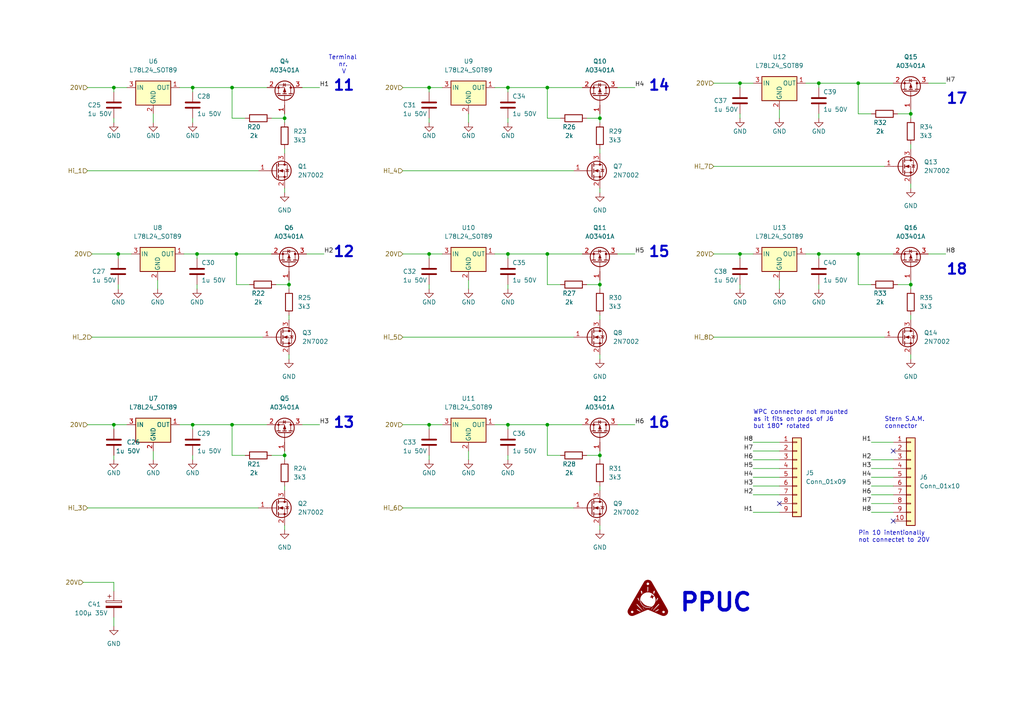
<source format=kicad_sch>
(kicad_sch (version 20211123) (generator eeschema)
  (paper "A4")
  (title_block (title "Out_8x10") (date "2024-12-01") (rev "1.0.0"))
  (lib_symbols
    (symbol "Connector_Generic:Conn_01x09" (pin_names (offset 1.016) hide)
      (property "Reference" "J" (at 0 12.7 0))
      (property "Value" "Conn_01x09" (at 0 -12.7 0))
      (symbol "Conn_01x09_1_1"
        (pin passive line (at -5.08 10.16 0) (length 3.81) (name "Pin_1") (number "1"))
        (pin passive line (at -5.08 7.62 0) (length 3.81) (name "Pin_2") (number "2"))
        (pin passive line (at -5.08 5.08 0) (length 3.81) (name "Pin_3") (number "3"))
        (pin passive line (at -5.08 2.54 0) (length 3.81) (name "Pin_4") (number "4"))
        (pin passive line (at -5.08 0 0) (length 3.81) (name "Pin_5") (number "5"))
        (pin passive line (at -5.08 -2.54 0) (length 3.81) (name "Pin_6") (number "6"))
        (pin passive line (at -5.08 -5.08 0) (length 3.81) (name "Pin_7") (number "7"))
        (pin passive line (at -5.08 -7.62 0) (length 3.81) (name "Pin_8") (number "8"))
        (pin passive line (at -5.08 -10.16 0) (length 3.81) (name "Pin_9") (number "9"))
      )
    )
    (symbol "Connector_Generic:Conn_01x10" (pin_names (offset 1.016) hide)
      (property "Reference" "J" (at 0 12.7 0))
      (property "Value" "Conn_01x10" (at 0 -15.24 0))
      (symbol "Conn_01x10_1_1"
        (pin passive line (at -5.08 10.16 0) (length 3.81) (name "Pin_1") (number "1"))
        (pin passive line (at -5.08 -12.7 0) (length 3.81) (name "Pin_10") (number "10"))
        (pin passive line (at -5.08 7.62 0) (length 3.81) (name "Pin_2") (number "2"))
        (pin passive line (at -5.08 5.08 0) (length 3.81) (name "Pin_3") (number "3"))
        (pin passive line (at -5.08 2.54 0) (length 3.81) (name "Pin_4") (number "4"))
        (pin passive line (at -5.08 0 0) (length 3.81) (name "Pin_5") (number "5"))
        (pin passive line (at -5.08 -2.54 0) (length 3.81) (name "Pin_6") (number "6"))
        (pin passive line (at -5.08 -5.08 0) (length 3.81) (name "Pin_7") (number "7"))
        (pin passive line (at -5.08 -7.62 0) (length 3.81) (name "Pin_8") (number "8"))
        (pin passive line (at -5.08 -10.16 0) (length 3.81) (name "Pin_9") (number "9"))
      )
    )
    (symbol "Device:C" (pin_numbers hide) (pin_names (offset 0.254))
      (property "Reference" "C" (at 0.635 2.54 0))
      (property "Value" "C" (at 0.635 -2.54 0))
      (symbol "C_1_1"
        (pin passive line (at 0 3.81 270) (length 2.794) (name "~") (number "1"))
        (pin passive line (at 0 -3.81 90) (length 2.794) (name "~") (number "2"))
      )
    )
    (symbol "Device:C_Polarized" (pin_numbers hide) (pin_names (offset 0.254))
      (property "Reference" "C" (at 0.635 2.54 0))
      (property "Value" "C_Polarized" (at 0.635 -2.54 0))
      (symbol "C_Polarized_1_1"
        (pin passive line (at 0 3.81 270) (length 2.794) (name "~") (number "1"))
        (pin passive line (at 0 -3.81 90) (length 2.794) (name "~") (number "2"))
      )
    )
    (symbol "Device:R" (pin_numbers hide) (pin_names (offset 0))
      (property "Reference" "R" (at 2.032 0 90))
      (property "Value" "R" (at 0 0 90))
      (symbol "R_1_1"
        (pin passive line (at 0 3.81 270) (length 1.27) (name "~") (number "1"))
        (pin passive line (at 0 -3.81 90) (length 1.27) (name "~") (number "2"))
      )
    )
    (symbol "PPUC_LOGO_LIB:LOGO" (pin_names (offset 1.016)))
    (symbol "Regulator_Linear:L78L24_SOT89" (pin_names (offset 0.254))
      (property "Reference" "U" (at -3.81 3.175 0))
      (property "Value" "L78L24_SOT89" (at -0.635 3.175 0))
      (symbol "L78L24_SOT89_1_1"
        (pin power_out line (at 7.62 0 180) (length 2.54) (name "OUT") (number "1"))
        (pin power_in line (at 0 -7.62 90) (length 2.54) (name "GND") (number "2"))
        (pin power_in line (at -7.62 0 0) (length 2.54) (name "IN") (number "3"))
      )
    )
    (symbol "Transistor_FET:2N7002" (pin_names hide)
      (property "Reference" "Q" (at 5.08 1.905 0))
      (property "Value" "2N7002" (at 5.08 0 0))
      (symbol "2N7002_1_1"
        (pin input line (at -5.08 0 0) (length 2.54) (name "G") (number "1"))
        (pin passive line (at 2.54 -5.08 90) (length 2.54) (name "S") (number "2"))
        (pin passive line (at 2.54 5.08 270) (length 2.54) (name "D") (number "3"))
      )
    )
    (symbol "Transistor_FET:AO3401A" (pin_names hide)
      (property "Reference" "Q" (at 5.08 1.905 0))
      (property "Value" "AO3401A" (at 5.08 0 0))
      (symbol "AO3401A_1_1"
        (pin input line (at -5.08 0 0) (length 2.54) (name "G") (number "1"))
        (pin passive line (at 2.54 -5.08 90) (length 2.54) (name "S") (number "2"))
        (pin passive line (at 2.54 5.08 270) (length 2.54) (name "D") (number "3"))
      )
    )
    (symbol "power:GND" (power) (pin_names (offset 0))
      (property "Value" "GND" (at 0 -3.81 0))
      (symbol "GND_1_1"
        (pin power_in line (at 0 0 270) (length 0) hide (name "GND") (number "1"))
      )
    )
  )
  (junction (at 173.99 132.08))
  (junction (at 68.58 73.66))
  (junction (at 248.92 73.66))
  (junction (at 237.49 24.13))
  (junction (at 124.46 25.4))
  (junction (at 83.82 82.55))
  (junction (at 158.75 73.66))
  (junction (at 158.75 123.19))
  (junction (at 55.88 25.4))
  (junction (at 214.63 73.66))
  (junction (at 147.32 25.4))
  (junction (at 82.55 132.08))
  (junction (at 158.75 25.4))
  (junction (at 33.02 25.4))
  (junction (at 147.32 123.19))
  (junction (at 173.99 34.29))
  (junction (at 173.99 82.55))
  (junction (at 264.16 82.55))
  (junction (at 57.15 73.66))
  (junction (at 34.29 73.66))
  (junction (at 248.92 24.13))
  (junction (at 147.32 73.66))
  (junction (at 67.31 123.19))
  (junction (at 264.16 33.02))
  (junction (at 237.49 73.66))
  (junction (at 67.31 25.4))
  (junction (at 33.02 123.19))
  (junction (at 55.88 123.19))
  (junction (at 124.46 73.66))
  (junction (at 214.63 24.13))
  (junction (at 124.46 123.19))
  (junction (at 82.55 34.29))
  (no_connect (at 259.08 151.13))
  (no_connect (at 226.06 146.05))
  (no_connect (at 259.08 130.81))
  (wire (pts (xy 82.55 130.81) (xy 82.55 132.08)))
  (wire (pts (xy 248.92 24.13) (xy 259.08 24.13)))
  (wire (pts (xy 124.46 25.4) (xy 128.27 25.4)))
  (wire (pts (xy 173.99 81.28) (xy 173.99 82.55)))
  (wire (pts (xy 252.73 148.59) (xy 259.08 148.59)))
  (wire (pts (xy 82.55 140.97) (xy 82.55 142.24)))
  (wire (pts (xy 135.89 33.02) (xy 135.89 35.56)))
  (wire (pts (xy 248.92 73.66) (xy 248.92 82.55)))
  (wire (pts (xy 53.34 73.66) (xy 57.15 73.66)))
  (wire (pts (xy 252.73 135.89) (xy 259.08 135.89)))
  (wire (pts (xy 147.32 73.66) (xy 158.75 73.66)))
  (wire (pts (xy 248.92 33.02) (xy 252.73 33.02)))
  (wire (pts (xy 55.88 132.08) (xy 55.88 133.35)))
  (wire (pts (xy 214.63 33.02) (xy 214.63 34.29)))
  (wire (pts (xy 233.68 73.66) (xy 237.49 73.66)))
  (wire (pts (xy 218.44 135.89) (xy 226.06 135.89)))
  (wire (pts (xy 173.99 140.97) (xy 173.99 142.24)))
  (wire (pts (xy 116.84 147.32) (xy 166.37 147.32)))
  (wire (pts (xy 68.58 73.66) (xy 68.58 82.55)))
  (wire (pts (xy 158.75 73.66) (xy 168.91 73.66)))
  (wire (pts (xy 173.99 132.08) (xy 173.99 133.35)))
  (wire (pts (xy 147.32 132.08) (xy 147.32 133.35)))
  (wire (pts (xy 82.55 54.61) (xy 82.55 55.88)))
  (wire (pts (xy 52.07 25.4) (xy 55.88 25.4)))
  (wire (pts (xy 34.29 73.66) (xy 34.29 74.93)))
  (wire (pts (xy 158.75 123.19) (xy 158.75 132.08)))
  (wire (pts (xy 87.63 123.19) (xy 92.71 123.19)))
  (wire (pts (xy 158.75 34.29) (xy 162.56 34.29)))
  (wire (pts (xy 264.16 33.02) (xy 264.16 34.29)))
  (wire (pts (xy 218.44 133.35) (xy 226.06 133.35)))
  (wire (pts (xy 55.88 123.19) (xy 67.31 123.19)))
  (wire (pts (xy 82.55 43.18) (xy 82.55 44.45)))
  (wire (pts (xy 252.73 146.05) (xy 259.08 146.05)))
  (wire (pts (xy 26.67 97.79) (xy 76.2 97.79)))
  (wire (pts (xy 264.16 31.75) (xy 264.16 33.02)))
  (wire (pts (xy 33.02 123.19) (xy 36.83 123.19)))
  (wire (pts (xy 264.16 91.44) (xy 264.16 92.71)))
  (wire (pts (xy 83.82 102.87) (xy 83.82 104.14)))
  (wire (pts (xy 124.46 73.66) (xy 124.46 74.93)))
  (wire (pts (xy 124.46 123.19) (xy 128.27 123.19)))
  (wire (pts (xy 143.51 25.4) (xy 147.32 25.4)))
  (wire (pts (xy 269.24 73.66) (xy 274.32 73.66)))
  (wire (pts (xy 207.01 48.26) (xy 256.54 48.26)))
  (wire (pts (xy 218.44 148.59) (xy 226.06 148.59)))
  (wire (pts (xy 173.99 54.61) (xy 173.99 55.88)))
  (wire (pts (xy 248.92 73.66) (xy 259.08 73.66)))
  (wire (pts (xy 82.55 152.4) (xy 82.55 153.67)))
  (wire (pts (xy 82.55 34.29) (xy 82.55 35.56)))
  (wire (pts (xy 26.67 73.66) (xy 34.29 73.66)))
  (wire (pts (xy 147.32 34.29) (xy 147.32 35.56)))
  (wire (pts (xy 173.99 34.29) (xy 173.99 35.56)))
  (wire (pts (xy 67.31 123.19) (xy 67.31 132.08)))
  (wire (pts (xy 124.46 132.08) (xy 124.46 133.35)))
  (wire (pts (xy 147.32 73.66) (xy 147.32 74.93)))
  (wire (pts (xy 170.18 34.29) (xy 173.99 34.29)))
  (wire (pts (xy 33.02 25.4) (xy 33.02 26.67)))
  (wire (pts (xy 25.4 49.53) (xy 74.93 49.53)))
  (wire (pts (xy 158.75 82.55) (xy 162.56 82.55)))
  (wire (pts (xy 124.46 82.55) (xy 124.46 83.82)))
  (wire (pts (xy 124.46 25.4) (xy 124.46 26.67)))
  (wire (pts (xy 207.01 24.13) (xy 214.63 24.13)))
  (wire (pts (xy 179.07 25.4) (xy 184.15 25.4)))
  (wire (pts (xy 207.01 73.66) (xy 214.63 73.66)))
  (wire (pts (xy 158.75 132.08) (xy 162.56 132.08)))
  (wire (pts (xy 226.06 31.75) (xy 226.06 34.29)))
  (wire (pts (xy 237.49 24.13) (xy 248.92 24.13)))
  (wire (pts (xy 33.02 34.29) (xy 33.02 35.56)))
  (wire (pts (xy 269.24 24.13) (xy 274.32 24.13)))
  (wire (pts (xy 33.02 123.19) (xy 33.02 124.46)))
  (wire (pts (xy 116.84 97.79) (xy 166.37 97.79)))
  (wire (pts (xy 135.89 81.28) (xy 135.89 83.82)))
  (wire (pts (xy 173.99 152.4) (xy 173.99 153.67)))
  (wire (pts (xy 218.44 130.81) (xy 226.06 130.81)))
  (wire (pts (xy 264.16 102.87) (xy 264.16 104.14)))
  (wire (pts (xy 67.31 34.29) (xy 71.12 34.29)))
  (wire (pts (xy 78.74 34.29) (xy 82.55 34.29)))
  (wire (pts (xy 252.73 128.27) (xy 259.08 128.27)))
  (wire (pts (xy 147.32 123.19) (xy 158.75 123.19)))
  (wire (pts (xy 87.63 25.4) (xy 92.71 25.4)))
  (wire (pts (xy 237.49 73.66) (xy 248.92 73.66)))
  (wire (pts (xy 25.4 123.19) (xy 33.02 123.19)))
  (wire (pts (xy 158.75 123.19) (xy 168.91 123.19)))
  (wire (pts (xy 214.63 73.66) (xy 218.44 73.66)))
  (wire (pts (xy 124.46 123.19) (xy 124.46 124.46)))
  (wire (pts (xy 237.49 33.02) (xy 237.49 34.29)))
  (wire (pts (xy 67.31 25.4) (xy 67.31 34.29)))
  (wire (pts (xy 83.82 91.44) (xy 83.82 92.71)))
  (wire (pts (xy 83.82 82.55) (xy 83.82 83.82)))
  (wire (pts (xy 214.63 24.13) (xy 218.44 24.13)))
  (wire (pts (xy 57.15 82.55) (xy 57.15 83.82)))
  (wire (pts (xy 55.88 34.29) (xy 55.88 35.56)))
  (wire (pts (xy 57.15 73.66) (xy 68.58 73.66)))
  (wire (pts (xy 179.07 123.19) (xy 184.15 123.19)))
  (wire (pts (xy 33.02 25.4) (xy 36.83 25.4)))
  (wire (pts (xy 80.01 82.55) (xy 83.82 82.55)))
  (wire (pts (xy 264.16 81.28) (xy 264.16 82.55)))
  (wire (pts (xy 252.73 138.43) (xy 259.08 138.43)))
  (wire (pts (xy 25.4 25.4) (xy 33.02 25.4)))
  (wire (pts (xy 179.07 73.66) (xy 184.15 73.66)))
  (wire (pts (xy 52.07 123.19) (xy 55.88 123.19)))
  (wire (pts (xy 218.44 143.51) (xy 226.06 143.51)))
  (wire (pts (xy 237.49 82.55) (xy 237.49 83.82)))
  (wire (pts (xy 158.75 25.4) (xy 168.91 25.4)))
  (wire (pts (xy 252.73 143.51) (xy 259.08 143.51)))
  (wire (pts (xy 233.68 24.13) (xy 237.49 24.13)))
  (wire (pts (xy 34.29 82.55) (xy 34.29 83.82)))
  (wire (pts (xy 147.32 82.55) (xy 147.32 83.82)))
  (wire (pts (xy 264.16 53.34) (xy 264.16 54.61)))
  (wire (pts (xy 55.88 25.4) (xy 55.88 26.67)))
  (wire (pts (xy 124.46 73.66) (xy 128.27 73.66)))
  (wire (pts (xy 55.88 25.4) (xy 67.31 25.4)))
  (wire (pts (xy 68.58 73.66) (xy 78.74 73.66)))
  (wire (pts (xy 237.49 73.66) (xy 237.49 74.93)))
  (wire (pts (xy 135.89 130.81) (xy 135.89 133.35)))
  (wire (pts (xy 170.18 82.55) (xy 173.99 82.55)))
  (wire (pts (xy 147.32 123.19) (xy 147.32 124.46)))
  (wire (pts (xy 260.35 82.55) (xy 264.16 82.55)))
  (wire (pts (xy 34.29 73.66) (xy 38.1 73.66)))
  (wire (pts (xy 173.99 91.44) (xy 173.99 92.71)))
  (wire (pts (xy 143.51 73.66) (xy 147.32 73.66)))
  (wire (pts (xy 218.44 138.43) (xy 226.06 138.43)))
  (wire (pts (xy 82.55 33.02) (xy 82.55 34.29)))
  (wire (pts (xy 68.58 82.55) (xy 72.39 82.55)))
  (wire (pts (xy 33.02 132.08) (xy 33.02 133.35)))
  (wire (pts (xy 24.13 168.91) (xy 33.02 168.91)))
  (wire (pts (xy 44.45 130.81) (xy 44.45 133.35)))
  (wire (pts (xy 25.4 147.32) (xy 74.93 147.32)))
  (wire (pts (xy 226.06 81.28) (xy 226.06 83.82)))
  (wire (pts (xy 214.63 82.55) (xy 214.63 83.82)))
  (wire (pts (xy 237.49 24.13) (xy 237.49 25.4)))
  (wire (pts (xy 143.51 123.19) (xy 147.32 123.19)))
  (wire (pts (xy 173.99 102.87) (xy 173.99 104.14)))
  (wire (pts (xy 173.99 43.18) (xy 173.99 44.45)))
  (wire (pts (xy 116.84 25.4) (xy 124.46 25.4)))
  (wire (pts (xy 67.31 25.4) (xy 77.47 25.4)))
  (wire (pts (xy 116.84 73.66) (xy 124.46 73.66)))
  (wire (pts (xy 67.31 123.19) (xy 77.47 123.19)))
  (wire (pts (xy 33.02 179.07) (xy 33.02 181.61)))
  (wire (pts (xy 57.15 73.66) (xy 57.15 74.93)))
  (wire (pts (xy 88.9 73.66) (xy 93.98 73.66)))
  (wire (pts (xy 252.73 140.97) (xy 259.08 140.97)))
  (wire (pts (xy 67.31 132.08) (xy 71.12 132.08)))
  (wire (pts (xy 252.73 133.35) (xy 259.08 133.35)))
  (wire (pts (xy 82.55 132.08) (xy 82.55 133.35)))
  (wire (pts (xy 83.82 81.28) (xy 83.82 82.55)))
  (wire (pts (xy 78.74 132.08) (xy 82.55 132.08)))
  (wire (pts (xy 264.16 41.91) (xy 264.16 43.18)))
  (wire (pts (xy 218.44 128.27) (xy 226.06 128.27)))
  (wire (pts (xy 158.75 73.66) (xy 158.75 82.55)))
  (wire (pts (xy 44.45 33.02) (xy 44.45 35.56)))
  (wire (pts (xy 173.99 82.55) (xy 173.99 83.82)))
  (wire (pts (xy 214.63 24.13) (xy 214.63 25.4)))
  (wire (pts (xy 207.01 97.79) (xy 256.54 97.79)))
  (wire (pts (xy 218.44 140.97) (xy 226.06 140.97)))
  (wire (pts (xy 124.46 34.29) (xy 124.46 35.56)))
  (wire (pts (xy 158.75 25.4) (xy 158.75 34.29)))
  (wire (pts (xy 147.32 25.4) (xy 158.75 25.4)))
  (wire (pts (xy 173.99 130.81) (xy 173.99 132.08)))
  (wire (pts (xy 264.16 82.55) (xy 264.16 83.82)))
  (wire (pts (xy 214.63 73.66) (xy 214.63 74.93)))
  (wire (pts (xy 170.18 132.08) (xy 173.99 132.08)))
  (wire (pts (xy 248.92 24.13) (xy 248.92 33.02)))
  (wire (pts (xy 55.88 123.19) (xy 55.88 124.46)))
  (wire (pts (xy 147.32 25.4) (xy 147.32 26.67)))
  (wire (pts (xy 116.84 49.53) (xy 166.37 49.53)))
  (wire (pts (xy 260.35 33.02) (xy 264.16 33.02)))
  (wire (pts (xy 173.99 33.02) (xy 173.99 34.29)))
  (wire (pts (xy 45.72 81.28) (xy 45.72 83.82)))
  (wire (pts (xy 33.02 168.91) (xy 33.02 171.45)))
  (wire (pts (xy 248.92 82.55) (xy 252.73 82.55)))
  (wire (pts (xy 116.84 123.19) (xy 124.46 123.19)))
  (text "15" (at 187.96 74.93 0) (effects (font (size 3 3) (thickness 0.6) bold) (justify left bottom)))
  (text "PPUC" (at 196.85 177.8 0) (effects (font (size 5 5) bold) (justify left bottom)))
  (text "Terminal\n   nr.\n    V" (at 95.25 21.59 0) (effects (font (size 1.27 1.27)) (justify left bottom)))
  (text "Stern S.A.M.\nconnector\n" (at 256.54 124.46 0) (effects (font (size 1.27 1.27)) (justify left bottom)))
  (text "12" (at 96.52 74.93 0) (effects (font (size 3 3) (thickness 0.6) bold) (justify left bottom)))
  (text "Pin 10 intentionally\nnot connectet to 20V" (at 248.92 157.48 0) (effects (font (size 1.27 1.27)) (justify left bottom)))
  (text "16" (at 187.96 124.46 0) (effects (font (size 3 3) (thickness 0.6) bold) (justify left bottom)))
  (text "17" (at 274.32 30.48 0) (effects (font (size 3 3) (thickness 0.6) bold) (justify left bottom)))
  (text "11" (at 96.52 26.67 0) (effects (font (size 3 3) (thickness 0.6) bold) (justify left bottom)))
  (text "18" (at 274.32 80.01 0) (effects (font (size 3 3) (thickness 0.6) bold) (justify left bottom)))
  (text "14" (at 187.96 26.67 0) (effects (font (size 3 3) (thickness 0.6) bold) (justify left bottom)))
  (text "13" (at 96.52 124.46 0) (effects (font (size 3 3) (thickness 0.6) bold) (justify left bottom)))
  (text "WPC connector not mounted\nas it fits on pads of J6\nbut 180° rotated" (at 218.44 124.46 0) (effects (font (size 1.27 1.27)) (justify left bottom)))
  (label "H7" (at 274.32 24.13 0))
  (label "H7" (at 252.73 146.05 180))
  (label "H2" (at 252.73 133.35 180))
  (label "H5" (at 218.44 135.89 180))
  (label "H5" (at 252.73 140.97 180))
  (label "H6" (at 184.15 123.19 0))
  (label "H1" (at 218.44 148.59 180))
  (label "H7" (at 218.44 130.81 180))
  (label "H3" (at 92.71 123.19 0))
  (label "H3" (at 218.44 140.97 180))
  (label "H6" (at 252.73 143.51 180))
  (label "H4" (at 184.15 25.4 0))
  (label "H8" (at 252.73 148.59 180))
  (label "H1" (at 252.73 128.27 180))
  (label "H1" (at 92.71 25.4 0))
  (label "H3" (at 252.73 135.89 180))
  (label "H4" (at 252.73 138.43 180))
  (label "H8" (at 274.32 73.66 0))
  (label "H6" (at 218.44 133.35 180))
  (label "H5" (at 184.15 73.66 0))
  (label "H2" (at 218.44 143.51 180))
  (label "H2" (at 93.98 73.66 0))
  (label "H4" (at 218.44 138.43 180))
  (label "H8" (at 218.44 128.27 180))
  (hierarchical_label "20V" (shape input) (at 207.01 24.13 180))
  (hierarchical_label "20V" (shape input) (at 116.84 25.4 180))
  (hierarchical_label "20V" (shape input) (at 116.84 73.66 180))
  (hierarchical_label "Hi_7" (shape input) (at 207.01 48.26 180))
  (hierarchical_label "20V" (shape input) (at 25.4 123.19 180))
  (hierarchical_label "20V" (shape input) (at 24.13 168.91 180))
  (hierarchical_label "Hi_1" (shape input) (at 25.4 49.53 180))
  (hierarchical_label "Hi_2" (shape input) (at 26.67 97.79 180))
  (hierarchical_label "Hi_8" (shape input) (at 207.01 97.79 180))
  (hierarchical_label "20V" (shape input) (at 26.67 73.66 180))
  (hierarchical_label "Hi_6" (shape input) (at 116.84 147.32 180))
  (hierarchical_label "Hi_3" (shape input) (at 25.4 147.32 180))
  (hierarchical_label "20V" (shape input) (at 207.01 73.66 180))
  (hierarchical_label "20V" (shape input) (at 116.84 123.19 180))
  (hierarchical_label "20V" (shape input) (at 25.4 25.4 180))
  (hierarchical_label "Hi_4" (shape input) (at 116.84 49.53 180))
  (hierarchical_label "Hi_5" (shape input) (at 116.84 97.79 180))
  (symbol (lib_id "power:GND") (at 82.55 55.88 0) (unit 1)
    (property "Reference" "#PWR0172" (effects hide))
    (property "Value" "GND" (at 82.55 60.96 0))
  )
  (symbol (lib_id "Connector_Generic:Conn_01x10") (at 264.16 138.43 0) (unit 1)
    (property "Reference" "J6" (at 266.7 138.4299 0) (effects (justify left)))
    (property "Value" "Conn_01x10" (at 266.7 140.9699 0) (effects (justify left)))
    (property "Footprint" "Connector_Molex:Molex_KK-396_5273-10A_1x10_P3.96mm_Vertical" (effects hide))
  )
  (symbol (lib_id "power:GND") (at 33.02 35.56 0) (unit 1)
    (property "Reference" "#PWR0181" (effects hide))
    (property "Value" "GND" (at 33.02 39.37 0))
  )
  (symbol (lib_id "Device:C") (at 55.88 30.48 0) (unit 1)
    (property "Reference" "C28" (at 57.15 27.94 0) (effects (justify left)))
    (property "Value" "1u 50V" (at 57.15 33.02 0) (effects (justify left)))
    (property "Footprint" "Capacitor_SMD:C_0603_1608Metric" (effects hide))
  )
  (symbol (lib_id "Transistor_FET:2N7002") (at 171.45 49.53 0) (unit 1)
    (property "Reference" "Q7" (at 177.8 48.2599 0) (effects (justify left)))
    (property "Value" "2N7002" (at 177.8 50.7999 0) (effects (justify left)))
    (property "Footprint" "Package_TO_SOT_SMD:SOT-23" (effects hide))
    (property "Datasheet" "https://www.onsemi.com/pub/Collateral/NDS7002A-D.PDF" (effects hide))
  )
  (symbol (lib_id "Device:R") (at 166.37 82.55 90) (unit 1)
    (property "Reference" "R27" (at 165.1 85.09 90))
    (property "Value" "2k" (at 165.1 87.63 90))
    (property "Footprint" "Resistor_SMD:R_0603_1608Metric" (effects hide))
  )
  (symbol (lib_id "Device:R") (at 166.37 132.08 90) (unit 1)
    (property "Reference" "R28" (at 165.1 134.62 90))
    (property "Value" "2k" (at 165.1 137.16 90))
    (property "Footprint" "Resistor_SMD:R_0603_1608Metric" (effects hide))
  )
  (symbol (lib_id "power:GND") (at 33.02 181.61 0) (unit 1)
    (property "Reference" "#PWR01" (effects hide))
    (property "Value" "GND" (at 33.02 186.69 0))
  )
  (symbol (lib_id "Device:C") (at 34.29 78.74 0) (unit 1)
    (property "Reference" "C27" (at 26.67 78.74 0) (effects (justify left)))
    (property "Value" "1u 50V" (at 26.67 81.28 0) (effects (justify left)))
    (property "Footprint" "Capacitor_SMD:C_0603_1608Metric" (effects hide))
  )
  (symbol (lib_id "Device:R") (at 173.99 39.37 0) (unit 1)
    (property "Reference" "R29" (at 176.53 38.0999 0) (effects (justify left)))
    (property "Value" "3k3" (at 176.53 40.6399 0) (effects (justify left)))
    (property "Footprint" "Resistor_SMD:R_0603_1608Metric" (effects hide))
  )
  (symbol (lib_id "Device:C") (at 147.32 78.74 0) (unit 1)
    (property "Reference" "C35" (at 148.59 76.2 0) (effects (justify left)))
    (property "Value" "1u 50V" (at 148.59 81.28 0) (effects (justify left)))
    (property "Footprint" "Capacitor_SMD:C_0603_1608Metric" (effects hide))
  )
  (symbol (lib_id "Device:C") (at 33.02 30.48 0) (unit 1)
    (property "Reference" "C25" (at 25.4 30.48 0) (effects (justify left)))
    (property "Value" "1u 50V" (at 25.4 33.02 0) (effects (justify left)))
    (property "Footprint" "Capacitor_SMD:C_0603_1608Metric" (effects hide))
  )
  (symbol (lib_id "Device:C") (at 124.46 128.27 0) (unit 1)
    (property "Reference" "C33" (at 116.84 128.27 0) (effects (justify left)))
    (property "Value" "1u 50V" (at 116.84 130.81 0) (effects (justify left)))
    (property "Footprint" "Capacitor_SMD:C_0603_1608Metric" (effects hide))
  )
  (symbol (lib_id "Transistor_FET:AO3401A") (at 173.99 76.2 270) (mirror x) (unit 1)
    (property "Reference" "Q11" (at 173.99 66.04 90))
    (property "Value" "AO3401A" (at 173.99 68.58 90))
    (property "Footprint" "Package_TO_SOT_SMD:SOT-23" (effects hide))
    (property "Datasheet" "http://www.aosmd.com/pdfs/datasheet/AO3401A.pdf" (effects hide))
  )
  (symbol (lib_id "Transistor_FET:AO3401A") (at 173.99 125.73 270) (mirror x) (unit 1)
    (property "Reference" "Q12" (at 173.99 115.57 90))
    (property "Value" "AO3401A" (at 173.99 118.11 90))
    (property "Footprint" "Package_TO_SOT_SMD:SOT-23" (effects hide))
    (property "Datasheet" "http://www.aosmd.com/pdfs/datasheet/AO3401A.pdf" (effects hide))
  )
  (symbol (lib_id "Device:C") (at 124.46 78.74 0) (unit 1)
    (property "Reference" "C32" (at 116.84 78.74 0) (effects (justify left)))
    (property "Value" "1u 50V" (at 116.84 81.28 0) (effects (justify left)))
    (property "Footprint" "Capacitor_SMD:C_0603_1608Metric" (effects hide))
  )
  (symbol (lib_id "power:GND") (at 135.89 83.82 0) (unit 1)
    (property "Reference" "#PWR0160" (effects hide))
    (property "Value" "GND" (at 135.89 87.63 0))
  )
  (symbol (lib_id "power:GND") (at 173.99 153.67 0) (unit 1)
    (property "Reference" "#PWR0171" (effects hide))
    (property "Value" "GND" (at 173.99 158.75 0))
  )
  (symbol (lib_id "Transistor_FET:2N7002") (at 80.01 49.53 0) (unit 1)
    (property "Reference" "Q1" (at 86.36 48.2599 0) (effects (justify left)))
    (property "Value" "2N7002" (at 86.36 50.7999 0) (effects (justify left)))
    (property "Footprint" "Package_TO_SOT_SMD:SOT-23" (effects hide))
    (property "Datasheet" "https://www.onsemi.com/pub/Collateral/NDS7002A-D.PDF" (effects hide))
  )
  (symbol (lib_id "PPUC_LOGO_LIB:LOGO") (at 187.96 173.99 0) (unit 1)
    (property "Reference" "#G2" (effects hide))
    (property "Value" "LOGO" (effects hide))
  )
  (symbol (lib_id "Device:R") (at 173.99 137.16 0) (unit 1)
    (property "Reference" "R31" (at 176.53 135.8899 0) (effects (justify left)))
    (property "Value" "3k3" (at 176.53 138.4299 0) (effects (justify left)))
    (property "Footprint" "Resistor_SMD:R_0603_1608Metric" (effects hide))
  )
  (symbol (lib_id "power:GND") (at 45.72 83.82 0) (unit 1)
    (property "Reference" "#PWR0174" (effects hide))
    (property "Value" "GND" (at 45.72 87.63 0))
  )
  (symbol (lib_id "Device:C") (at 237.49 29.21 0) (unit 1)
    (property "Reference" "C39" (at 238.76 26.67 0) (effects (justify left)))
    (property "Value" "1u 50V" (at 238.76 31.75 0) (effects (justify left)))
    (property "Footprint" "Capacitor_SMD:C_0603_1608Metric" (effects hide))
  )
  (symbol (lib_id "power:GND") (at 147.32 83.82 0) (unit 1)
    (property "Reference" "#PWR0159" (effects hide))
    (property "Value" "GND" (at 147.32 87.63 0))
  )
  (symbol (lib_id "power:GND") (at 147.32 35.56 0) (unit 1)
    (property "Reference" "#PWR0168" (effects hide))
    (property "Value" "GND" (at 147.32 39.37 0))
  )
  (symbol (lib_id "power:GND") (at 124.46 35.56 0) (unit 1)
    (property "Reference" "#PWR0169" (effects hide))
    (property "Value" "GND" (at 124.46 39.37 0))
  )
  (symbol (lib_id "power:GND") (at 124.46 83.82 0) (unit 1)
    (property "Reference" "#PWR0161" (effects hide))
    (property "Value" "GND" (at 124.46 87.63 0))
  )
  (symbol (lib_id "Transistor_FET:AO3401A") (at 82.55 27.94 270) (mirror x) (unit 1)
    (property "Reference" "Q4" (at 82.55 17.78 90))
    (property "Value" "AO3401A" (at 82.55 20.32 90))
    (property "Footprint" "Package_TO_SOT_SMD:SOT-23" (effects hide))
    (property "Datasheet" "http://www.aosmd.com/pdfs/datasheet/AO3401A.pdf" (effects hide))
  )
  (symbol (lib_id "power:GND") (at 214.63 34.29 0) (unit 1)
    (property "Reference" "#PWR0153" (effects hide))
    (property "Value" "GND" (at 214.63 38.1 0))
  )
  (symbol (lib_id "power:GND") (at 135.89 35.56 0) (unit 1)
    (property "Reference" "#PWR0170" (effects hide))
    (property "Value" "GND" (at 135.89 39.37 0))
  )
  (symbol (lib_id "Device:R") (at 166.37 34.29 90) (unit 1)
    (property "Reference" "R26" (at 165.1 36.83 90))
    (property "Value" "2k" (at 165.1 39.37 90))
    (property "Footprint" "Resistor_SMD:R_0603_1608Metric" (effects hide))
  )
  (symbol (lib_id "power:GND") (at 237.49 83.82 0) (unit 1)
    (property "Reference" "#PWR0155" (effects hide))
    (property "Value" "GND" (at 237.49 87.63 0))
  )
  (symbol (lib_id "Device:C") (at 57.15 78.74 0) (unit 1)
    (property "Reference" "C30" (at 58.42 76.2 0) (effects (justify left)))
    (property "Value" "1u 50V" (at 58.42 81.28 0) (effects (justify left)))
    (property "Footprint" "Capacitor_SMD:C_0603_1608Metric" (effects hide))
  )
  (symbol (lib_id "power:GND") (at 34.29 83.82 0) (unit 1)
    (property "Reference" "#PWR0175" (effects hide))
    (property "Value" "GND" (at 34.29 87.63 0))
  )
  (symbol (lib_id "Device:C") (at 147.32 30.48 0) (unit 1)
    (property "Reference" "C34" (at 148.59 27.94 0) (effects (justify left)))
    (property "Value" "1u 50V" (at 148.59 33.02 0) (effects (justify left)))
    (property "Footprint" "Capacitor_SMD:C_0603_1608Metric" (effects hide))
  )
  (symbol (lib_id "Transistor_FET:AO3401A") (at 173.99 27.94 270) (mirror x) (unit 1)
    (property "Reference" "Q10" (at 173.99 17.78 90))
    (property "Value" "AO3401A" (at 173.99 20.32 90))
    (property "Footprint" "Package_TO_SOT_SMD:SOT-23" (effects hide))
    (property "Datasheet" "http://www.aosmd.com/pdfs/datasheet/AO3401A.pdf" (effects hide))
  )
  (symbol (lib_id "Connector_Generic:Conn_01x09") (at 231.14 138.43 0) (unit 1) (in_bom no) (on_board no)
    (property "Reference" "J5" (at 233.68 137.1599 0) (effects (justify left)))
    (property "Value" "Conn_01x09" (at 233.68 139.6999 0) (effects (justify left)))
    (property "Footprint" "Connector_Molex:Molex_KK-396_5273-09A_1x09_P3.96mm_Vertical" (effects hide))
  )
  (symbol (lib_id "Regulator_Linear:L78L24_SOT89") (at 135.89 25.4 0) (unit 1)
    (property "Reference" "U9" (at 135.89 17.78 0))
    (property "Value" "L78L24_SOT89" (at 135.89 20.32 0))
    (property "Footprint" "Package_TO_SOT_SMD:SOT-89-3" (effects hide))
    (property "Datasheet" "http://www.st.com/content/ccc/resource/technical/document/datasheet/15/55/e5/aa/23/5b/43/fd/CD00000446.pdf/files/CD00000446.pdf/jcr:content/translations/en.CD00000446.pdf" (effects hide))
  )
  (symbol (lib_id "Device:R") (at 83.82 87.63 0) (unit 1)
    (property "Reference" "R25" (at 86.36 86.3599 0) (effects (justify left)))
    (property "Value" "3k3" (at 86.36 88.8999 0) (effects (justify left)))
    (property "Footprint" "Resistor_SMD:R_0603_1608Metric" (effects hide))
  )
  (symbol (lib_id "Regulator_Linear:L78L24_SOT89") (at 226.06 73.66 0) (unit 1)
    (property "Reference" "U13" (at 226.06 66.04 0))
    (property "Value" "L78L24_SOT89" (at 226.06 68.58 0))
    (property "Footprint" "Package_TO_SOT_SMD:SOT-89-3" (effects hide))
    (property "Datasheet" "http://www.st.com/content/ccc/resource/technical/document/datasheet/15/55/e5/aa/23/5b/43/fd/CD00000446.pdf/files/CD00000446.pdf/jcr:content/translations/en.CD00000446.pdf" (effects hide))
  )
  (symbol (lib_id "power:GND") (at 226.06 83.82 0) (unit 1)
    (property "Reference" "#PWR0156" (effects hide))
    (property "Value" "GND" (at 226.06 87.63 0))
  )
  (symbol (lib_id "power:GND") (at 124.46 133.35 0) (unit 1)
    (property "Reference" "#PWR0163" (effects hide))
    (property "Value" "GND" (at 124.46 137.16 0))
  )
  (symbol (lib_id "power:GND") (at 173.99 104.14 0) (unit 1)
    (property "Reference" "#PWR0162" (effects hide))
    (property "Value" "GND" (at 173.99 109.22 0))
  )
  (symbol (lib_id "Device:R") (at 264.16 87.63 0) (unit 1)
    (property "Reference" "R35" (at 266.7 86.3599 0) (effects (justify left)))
    (property "Value" "3k3" (at 266.7 88.8999 0) (effects (justify left)))
    (property "Footprint" "Resistor_SMD:R_0603_1608Metric" (effects hide))
  )
  (symbol (lib_id "Regulator_Linear:L78L24_SOT89") (at 44.45 25.4 0) (unit 1)
    (property "Reference" "U6" (at 44.45 17.78 0))
    (property "Value" "L78L24_SOT89" (at 44.45 20.32 0))
    (property "Footprint" "Package_TO_SOT_SMD:SOT-89-3" (effects hide))
    (property "Datasheet" "http://www.st.com/content/ccc/resource/technical/document/datasheet/15/55/e5/aa/23/5b/43/fd/CD00000446.pdf/files/CD00000446.pdf/jcr:content/translations/en.CD00000446.pdf" (effects hide))
  )
  (symbol (lib_id "power:GND") (at 82.55 153.67 0) (unit 1)
    (property "Reference" "#PWR0182" (effects hide))
    (property "Value" "GND" (at 82.55 158.75 0))
  )
  (symbol (lib_id "power:GND") (at 135.89 133.35 0) (unit 1)
    (property "Reference" "#PWR0164" (effects hide))
    (property "Value" "GND" (at 135.89 137.16 0))
  )
  (symbol (lib_id "Device:R") (at 173.99 87.63 0) (unit 1)
    (property "Reference" "R30" (at 176.53 86.3599 0) (effects (justify left)))
    (property "Value" "3k3" (at 176.53 88.8999 0) (effects (justify left)))
    (property "Footprint" "Resistor_SMD:R_0603_1608Metric" (effects hide))
  )
  (symbol (lib_id "Device:R") (at 76.2 82.55 90) (unit 1)
    (property "Reference" "R22" (at 74.93 85.09 90))
    (property "Value" "2k" (at 74.93 87.63 90))
    (property "Footprint" "Resistor_SMD:R_0603_1608Metric" (effects hide))
  )
  (symbol (lib_id "power:GND") (at 57.15 83.82 0) (unit 1)
    (property "Reference" "#PWR0176" (effects hide))
    (property "Value" "GND" (at 57.15 87.63 0))
  )
  (symbol (lib_id "Device:C") (at 237.49 78.74 0) (unit 1)
    (property "Reference" "C40" (at 238.76 76.2 0) (effects (justify left)))
    (property "Value" "1u 50V" (at 238.76 81.28 0) (effects (justify left)))
    (property "Footprint" "Capacitor_SMD:C_0603_1608Metric" (effects hide))
  )
  (symbol (lib_id "power:GND") (at 173.99 55.88 0) (unit 1)
    (property "Reference" "#PWR0154" (effects hide))
    (property "Value" "GND" (at 173.99 60.96 0))
  )
  (symbol (lib_id "Transistor_FET:2N7002") (at 171.45 97.79 0) (unit 1)
    (property "Reference" "Q8" (at 177.8 96.5199 0) (effects (justify left)))
    (property "Value" "2N7002" (at 177.8 99.0599 0) (effects (justify left)))
    (property "Footprint" "Package_TO_SOT_SMD:SOT-23" (effects hide))
    (property "Datasheet" "https://www.onsemi.com/pub/Collateral/NDS7002A-D.PDF" (effects hide))
  )
  (symbol (lib_id "Transistor_FET:2N7002") (at 261.62 48.26 0) (unit 1)
    (property "Reference" "Q13" (at 267.97 46.9899 0) (effects (justify left)))
    (property "Value" "2N7002" (at 267.97 49.5299 0) (effects (justify left)))
    (property "Footprint" "Package_TO_SOT_SMD:SOT-23" (effects hide))
    (property "Datasheet" "https://www.onsemi.com/pub/Collateral/NDS7002A-D.PDF" (effects hide))
  )
  (symbol (lib_id "Regulator_Linear:L78L24_SOT89") (at 45.72 73.66 0) (unit 1)
    (property "Reference" "U8" (at 45.72 66.04 0))
    (property "Value" "L78L24_SOT89" (at 45.72 68.58 0))
    (property "Footprint" "Package_TO_SOT_SMD:SOT-89-3" (effects hide))
    (property "Datasheet" "http://www.st.com/content/ccc/resource/technical/document/datasheet/15/55/e5/aa/23/5b/43/fd/CD00000446.pdf/files/CD00000446.pdf/jcr:content/translations/en.CD00000446.pdf" (effects hide))
  )
  (symbol (lib_id "Transistor_FET:2N7002") (at 81.28 97.79 0) (unit 1)
    (property "Reference" "Q3" (at 87.63 96.5199 0) (effects (justify left)))
    (property "Value" "2N7002" (at 87.63 99.0599 0) (effects (justify left)))
    (property "Footprint" "Package_TO_SOT_SMD:SOT-23" (effects hide))
    (property "Datasheet" "https://www.onsemi.com/pub/Collateral/NDS7002A-D.PDF" (effects hide))
  )
  (symbol (lib_id "Device:R") (at 264.16 38.1 0) (unit 1)
    (property "Reference" "R34" (at 266.7 36.8299 0) (effects (justify left)))
    (property "Value" "3k3" (at 266.7 39.3699 0) (effects (justify left)))
    (property "Footprint" "Resistor_SMD:R_0603_1608Metric" (effects hide))
  )
  (symbol (lib_id "power:GND") (at 33.02 133.35 0) (unit 1)
    (property "Reference" "#PWR0173" (effects hide))
    (property "Value" "GND" (at 33.02 137.16 0))
  )
  (symbol (lib_id "Device:R") (at 256.54 33.02 90) (unit 1)
    (property "Reference" "R32" (at 255.27 35.56 90))
    (property "Value" "2k" (at 255.27 38.1 90))
    (property "Footprint" "Resistor_SMD:R_0603_1608Metric" (effects hide))
  )
  (symbol (lib_id "power:GND") (at 226.06 34.29 0) (unit 1)
    (property "Reference" "#PWR0152" (effects hide))
    (property "Value" "GND" (at 226.06 38.1 0))
  )
  (symbol (lib_id "power:GND") (at 264.16 54.61 0) (unit 1)
    (property "Reference" "#PWR0167" (effects hide))
    (property "Value" "GND" (at 264.16 59.69 0))
  )
  (symbol (lib_id "power:GND") (at 55.88 133.35 0) (unit 1)
    (property "Reference" "#PWR0177" (effects hide))
    (property "Value" "GND" (at 55.88 137.16 0))
  )
  (symbol (lib_id "power:GND") (at 264.16 104.14 0) (unit 1)
    (property "Reference" "#PWR0158" (effects hide))
    (property "Value" "GND" (at 264.16 109.22 0))
  )
  (symbol (lib_id "Device:C_Polarized") (at 33.02 175.26 0) (unit 1)
    (property "Reference" "C41" (at 25.4 175.26 0) (effects (justify left)))
    (property "Value" "100µ 35V" (at 21.59 177.8 0) (effects (justify left)))
    (property "Footprint" "Capacitor_SMD:CP_Elec_6.3x7.7" (effects hide))
    (property "JLCPCB Rotation Offset" "180" (effects hide))
  )
  (symbol (lib_id "Device:R") (at 74.93 132.08 90) (unit 1)
    (property "Reference" "R21" (at 73.66 134.62 90))
    (property "Value" "2k" (at 73.66 137.16 90))
    (property "Footprint" "Resistor_SMD:R_0603_1608Metric" (effects hide))
  )
  (symbol (lib_id "power:GND") (at 44.45 133.35 0) (unit 1)
    (property "Reference" "#PWR0178" (effects hide))
    (property "Value" "GND" (at 44.45 137.16 0))
  )
  (symbol (lib_id "Transistor_FET:AO3401A") (at 264.16 76.2 270) (mirror x) (unit 1)
    (property "Reference" "Q16" (at 264.16 66.04 90))
    (property "Value" "AO3401A" (at 264.16 68.58 90))
    (property "Footprint" "Package_TO_SOT_SMD:SOT-23" (effects hide))
    (property "Datasheet" "http://www.aosmd.com/pdfs/datasheet/AO3401A.pdf" (effects hide))
  )
  (symbol (lib_id "Device:R") (at 82.55 137.16 0) (unit 1)
    (property "Reference" "R24" (at 85.09 135.8899 0) (effects (justify left)))
    (property "Value" "3k3" (at 85.09 138.4299 0) (effects (justify left)))
    (property "Footprint" "Resistor_SMD:R_0603_1608Metric" (effects hide))
  )
  (symbol (lib_id "Device:C") (at 124.46 30.48 0) (unit 1)
    (property "Reference" "C31" (at 116.84 30.48 0) (effects (justify left)))
    (property "Value" "1u 50V" (at 116.84 33.02 0) (effects (justify left)))
    (property "Footprint" "Capacitor_SMD:C_0603_1608Metric" (effects hide))
  )
  (symbol (lib_id "Device:C") (at 33.02 128.27 0) (mirror y) (unit 1)
    (property "Reference" "C26" (at 40.64 128.27 0) (effects (justify left)))
    (property "Value" "1u 50V" (at 40.64 130.81 0) (effects (justify left)))
    (property "Footprint" "Capacitor_SMD:C_0603_1608Metric" (effects hide))
  )
  (symbol (lib_id "Transistor_FET:AO3401A") (at 83.82 76.2 270) (mirror x) (unit 1)
    (property "Reference" "Q6" (at 83.82 66.04 90))
    (property "Value" "AO3401A" (at 83.82 68.58 90))
    (property "Footprint" "Package_TO_SOT_SMD:SOT-23" (effects hide))
    (property "Datasheet" "http://www.aosmd.com/pdfs/datasheet/AO3401A.pdf" (effects hide))
  )
  (symbol (lib_id "Transistor_FET:2N7002") (at 80.01 147.32 0) (unit 1)
    (property "Reference" "Q2" (at 86.36 146.0499 0) (effects (justify left)))
    (property "Value" "2N7002" (at 86.36 148.5899 0) (effects (justify left)))
    (property "Footprint" "Package_TO_SOT_SMD:SOT-23" (effects hide))
    (property "Datasheet" "https://www.onsemi.com/pub/Collateral/NDS7002A-D.PDF" (effects hide))
  )
  (symbol (lib_id "Transistor_FET:2N7002") (at 261.62 97.79 0) (unit 1)
    (property "Reference" "Q14" (at 267.97 96.5199 0) (effects (justify left)))
    (property "Value" "2N7002" (at 267.97 99.0599 0) (effects (justify left)))
    (property "Footprint" "Package_TO_SOT_SMD:SOT-23" (effects hide))
    (property "Datasheet" "https://www.onsemi.com/pub/Collateral/NDS7002A-D.PDF" (effects hide))
  )
  (symbol (lib_id "Device:C") (at 214.63 78.74 0) (unit 1)
    (property "Reference" "C38" (at 207.01 78.74 0) (effects (justify left)))
    (property "Value" "1u 50V" (at 207.01 81.28 0) (effects (justify left)))
    (property "Footprint" "Capacitor_SMD:C_0603_1608Metric" (effects hide))
  )
  (symbol (lib_id "Regulator_Linear:L78L24_SOT89") (at 135.89 73.66 0) (unit 1)
    (property "Reference" "U10" (at 135.89 66.04 0))
    (property "Value" "L78L24_SOT89" (at 135.89 68.58 0))
    (property "Footprint" "Package_TO_SOT_SMD:SOT-89-3" (effects hide))
    (property "Datasheet" "http://www.st.com/content/ccc/resource/technical/document/datasheet/15/55/e5/aa/23/5b/43/fd/CD00000446.pdf/files/CD00000446.pdf/jcr:content/translations/en.CD00000446.pdf" (effects hide))
  )
  (symbol (lib_id "Transistor_FET:AO3401A") (at 264.16 26.67 270) (mirror x) (unit 1)
    (property "Reference" "Q15" (at 264.16 16.51 90))
    (property "Value" "AO3401A" (at 264.16 19.05 90))
    (property "Footprint" "Package_TO_SOT_SMD:SOT-23" (effects hide))
    (property "Datasheet" "http://www.aosmd.com/pdfs/datasheet/AO3401A.pdf" (effects hide))
  )
  (symbol (lib_id "Device:R") (at 256.54 82.55 90) (unit 1)
    (property "Reference" "R33" (at 255.27 85.09 90))
    (property "Value" "2k" (at 255.27 87.63 90))
    (property "Footprint" "Resistor_SMD:R_0603_1608Metric" (effects hide))
  )
  (symbol (lib_id "Regulator_Linear:L78L24_SOT89") (at 44.45 123.19 0) (unit 1)
    (property "Reference" "U7" (at 44.45 115.57 0))
    (property "Value" "L78L24_SOT89" (at 44.45 118.11 0))
    (property "Footprint" "Package_TO_SOT_SMD:SOT-89-3" (effects hide))
    (property "Datasheet" "http://www.st.com/content/ccc/resource/technical/document/datasheet/15/55/e5/aa/23/5b/43/fd/CD00000446.pdf/files/CD00000446.pdf/jcr:content/translations/en.CD00000446.pdf" (effects hide))
  )
  (symbol (lib_id "power:GND") (at 83.82 104.14 0) (unit 1)
    (property "Reference" "#PWR0183" (effects hide))
    (property "Value" "GND" (at 83.82 109.22 0))
  )
  (symbol (lib_id "power:GND") (at 44.45 35.56 0) (unit 1)
    (property "Reference" "#PWR0179" (effects hide))
    (property "Value" "GND" (at 44.45 39.37 0))
  )
  (symbol (lib_id "Transistor_FET:2N7002") (at 171.45 147.32 0) (unit 1)
    (property "Reference" "Q9" (at 177.8 146.0499 0) (effects (justify left)))
    (property "Value" "2N7002" (at 177.8 148.5899 0) (effects (justify left)))
    (property "Footprint" "Package_TO_SOT_SMD:SOT-23" (effects hide))
    (property "Datasheet" "https://www.onsemi.com/pub/Collateral/NDS7002A-D.PDF" (effects hide))
  )
  (symbol (lib_id "power:GND") (at 237.49 34.29 0) (unit 1)
    (property "Reference" "#PWR0166" (effects hide))
    (property "Value" "GND" (at 237.49 38.1 0))
  )
  (symbol (lib_id "power:GND") (at 55.88 35.56 0) (unit 1)
    (property "Reference" "#PWR0180" (effects hide))
    (property "Value" "GND" (at 55.88 39.37 0))
  )
  (symbol (lib_id "Device:R") (at 82.55 39.37 0) (unit 1)
    (property "Reference" "R23" (at 85.09 38.0999 0) (effects (justify left)))
    (property "Value" "3k3" (at 85.09 40.6399 0) (effects (justify left)))
    (property "Footprint" "Resistor_SMD:R_0603_1608Metric" (effects hide))
  )
  (symbol (lib_id "Device:C") (at 55.88 128.27 0) (unit 1)
    (property "Reference" "C29" (at 57.15 125.73 0) (effects (justify left)))
    (property "Value" "1u 50V" (at 57.15 130.81 0) (effects (justify left)))
    (property "Footprint" "Capacitor_SMD:C_0603_1608Metric" (effects hide))
  )
  (symbol (lib_id "Regulator_Linear:L78L24_SOT89") (at 226.06 24.13 0) (unit 1)
    (property "Reference" "U12" (at 226.06 16.51 0))
    (property "Value" "L78L24_SOT89" (at 226.06 19.05 0))
    (property "Footprint" "Package_TO_SOT_SMD:SOT-89-3" (effects hide))
    (property "Datasheet" "http://www.st.com/content/ccc/resource/technical/document/datasheet/15/55/e5/aa/23/5b/43/fd/CD00000446.pdf/files/CD00000446.pdf/jcr:content/translations/en.CD00000446.pdf" (effects hide))
  )
  (symbol (lib_id "Regulator_Linear:L78L24_SOT89") (at 135.89 123.19 0) (unit 1)
    (property "Reference" "U11" (at 135.89 115.57 0))
    (property "Value" "L78L24_SOT89" (at 135.89 118.11 0))
    (property "Footprint" "Package_TO_SOT_SMD:SOT-89-3" (effects hide))
    (property "Datasheet" "http://www.st.com/content/ccc/resource/technical/document/datasheet/15/55/e5/aa/23/5b/43/fd/CD00000446.pdf/files/CD00000446.pdf/jcr:content/translations/en.CD00000446.pdf" (effects hide))
  )
  (symbol (lib_id "Device:R") (at 74.93 34.29 90) (unit 1)
    (property "Reference" "R20" (at 73.66 36.83 90))
    (property "Value" "2k" (at 73.66 39.37 90))
    (property "Footprint" "Resistor_SMD:R_0603_1608Metric" (effects hide))
  )
  (symbol (lib_id "power:GND") (at 147.32 133.35 0) (unit 1)
    (property "Reference" "#PWR0165" (effects hide))
    (property "Value" "GND" (at 147.32 137.16 0))
  )
  (symbol (lib_id "power:GND") (at 214.63 83.82 0) (unit 1)
    (property "Reference" "#PWR0157" (effects hide))
    (property "Value" "GND" (at 214.63 87.63 0))
  )
  (symbol (lib_id "Transistor_FET:AO3401A") (at 82.55 125.73 270) (mirror x) (unit 1)
    (property "Reference" "Q5" (at 82.55 115.57 90))
    (property "Value" "AO3401A" (at 82.55 118.11 90))
    (property "Footprint" "Package_TO_SOT_SMD:SOT-23" (effects hide))
    (property "Datasheet" "http://www.aosmd.com/pdfs/datasheet/AO3401A.pdf" (effects hide))
  )
  (symbol (lib_id "Device:C") (at 214.63 29.21 0) (unit 1)
    (property "Reference" "C37" (at 207.01 29.21 0) (effects (justify left)))
    (property "Value" "1u 50V" (at 207.01 31.75 0) (effects (justify left)))
    (property "Footprint" "Capacitor_SMD:C_0603_1608Metric" (effects hide))
  )
  (symbol (lib_id "Device:C") (at 147.32 128.27 0) (unit 1)
    (property "Reference" "C36" (at 148.59 125.73 0) (effects (justify left)))
    (property "Value" "1u 50V" (at 148.59 130.81 0) (effects (justify left)))
    (property "Footprint" "Capacitor_SMD:C_0603_1608Metric" (effects hide))
  )
)
</source>
